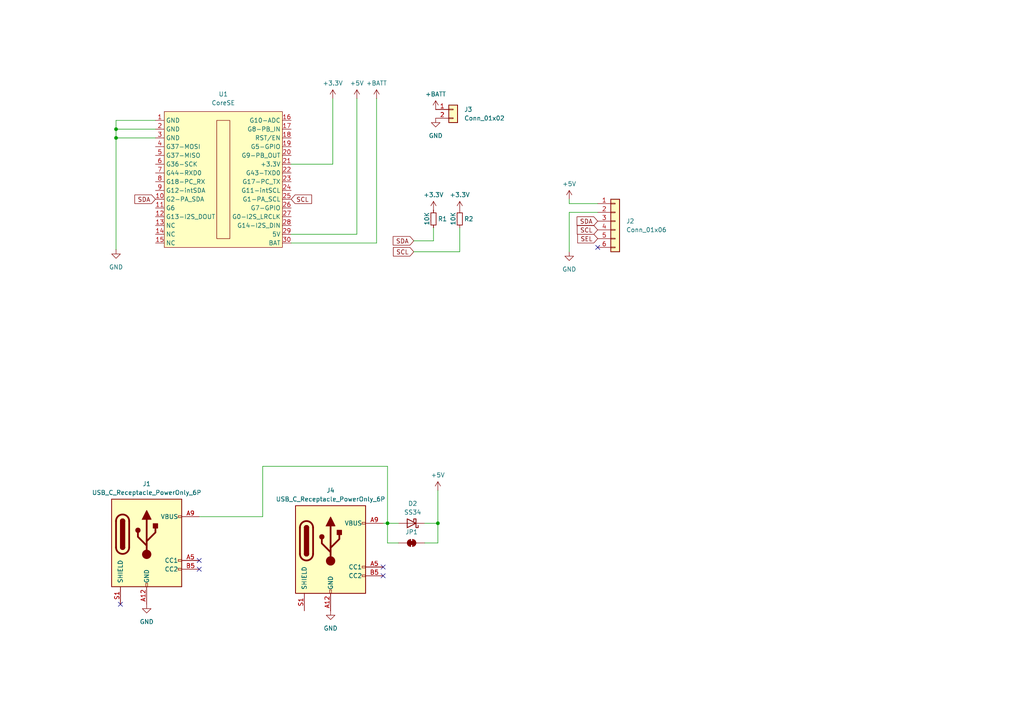
<source format=kicad_sch>
(kicad_sch (version 20231120) (generator "eeschema") (generator_version "8.0")
  (paper "A4")
  (lib_symbols
    (symbol "Connector:USB_C_Receptacle_PowerOnly_6P" (pin_names (offset 1.016))
      (property "Reference" "J" (at 0 16.51 0))
      (property "Value" "USB_C_Receptacle_PowerOnly_6P" (at 0 13.97 0))
      (symbol "USB_C_Receptacle_PowerOnly_6P_0_0"
        (rectangle (start -0.254 -12.7) (end 0.254 -11.684))
        (rectangle (start 10.16 -7.366) (end 9.144 -7.874))
        (rectangle (start 10.16 -4.826) (end 9.144 -5.334))
        (rectangle (start 10.16 7.874) (end 9.144 7.366))
      )
      (symbol "USB_C_Receptacle_PowerOnly_6P_0_1"
        (rectangle (start -10.16 12.7) (end 10.16 -12.7) (stroke (width 0.254)) (fill (type background)))
        (arc (start -8.89 -1.27) (mid -6.985 -3.1667) (end -5.08 -1.27) (stroke (width 0.508)))
        (arc (start -7.62 -1.27) (mid -6.985 -1.9023) (end -6.35 -1.27) (stroke (width 0.254)))
        (arc (start -7.62 -1.27) (mid -6.985 -1.9023) (end -6.35 -1.27) (stroke (width 0.254)) (fill (type outline)))
        (rectangle (start -7.62 -1.27) (end -6.35 6.35) (stroke (width 0.254)) (fill (type outline)))
        (arc (start -6.35 6.35) (mid -6.985 6.9823) (end -7.62 6.35) (stroke (width 0.254)))
        (arc (start -6.35 6.35) (mid -6.985 6.9823) (end -7.62 6.35) (stroke (width 0.254)) (fill (type outline)))
        (arc (start -5.08 6.35) (mid -6.985 8.2467) (end -8.89 6.35) (stroke (width 0.508)))
        (circle (center -2.54 3.683) (radius 0.635) (stroke (width 0.254)) (fill (type outline)))
        (circle (center 0 -3.302) (radius 1.27) (fill (type outline)))
        (polyline (pts (xy -8.89 -1.27) (xy -8.89 6.35)) (stroke (width 0.508)))
        (polyline (pts (xy -5.08 6.35) (xy -5.08 -1.27)) (stroke (width 0.508)))
        (polyline (pts (xy 0 -3.302) (xy 0 6.858)) (stroke (width 0.508)))
        (polyline (pts (xy 0 -0.762) (xy -2.54 1.778) (xy -2.54 3.048)) (stroke (width 0.508)))
        (polyline (pts (xy 0 0.508) (xy 2.54 3.048) (xy 2.54 4.318)) (stroke (width 0.508)))
        (polyline (pts (xy -1.27 6.858) (xy 0 9.398) (xy 1.27 6.858) (xy -1.27 6.858)) (stroke (width 0.254)) (fill (type outline)))
        (rectangle (start 1.905 4.318) (end 3.175 5.588) (stroke (width 0.254)) (fill (type outline)))
      )
      (symbol "USB_C_Receptacle_PowerOnly_6P_1_1"
        (pin passive line (at 0 -17.78 90) (length 5.08) (name "GND") (number "A12"))
        (pin bidirectional line (at 15.24 -5.08 180) (length 5.08) (name "CC1") (number "A5"))
        (pin passive line (at 15.24 7.62 180) (length 5.08) (name "VBUS") (number "A9"))
        (pin passive line (at 0 -17.78 90) (length 5.08) hide (name "GND") (number "B12"))
        (pin bidirectional line (at 15.24 -7.62 180) (length 5.08) (name "CC2") (number "B5"))
        (pin passive line (at 15.24 7.62 180) (length 5.08) hide (name "VBUS") (number "B9"))
        (pin passive line (at -7.62 -17.78 90) (length 5.08) (name "SHIELD") (number "S1"))
      )
    )
    (symbol "Connector_Generic:Conn_01x02" (pin_names (offset 1.016) hide)
      (property "Reference" "J" (at 0 2.54 0))
      (property "Value" "Conn_01x02" (at 0 -5.08 0))
      (symbol "Conn_01x02_1_1"
        (rectangle (start -1.27 -2.413) (end 0 -2.667) (stroke (width 0.1524)))
        (rectangle (start -1.27 0.127) (end 0 -0.127) (stroke (width 0.1524)))
        (rectangle (start -1.27 1.27) (end 1.27 -3.81) (stroke (width 0.254)) (fill (type background)))
        (pin passive line (at -5.08 0 0) (length 3.81) (name "Pin_1") (number "1"))
        (pin passive line (at -5.08 -2.54 0) (length 3.81) (name "Pin_2") (number "2"))
      )
    )
    (symbol "Connector_Generic:Conn_01x06" (pin_names (offset 1.016) hide)
      (property "Reference" "J" (at 0 7.62 0))
      (property "Value" "Conn_01x06" (at 0 -10.16 0))
      (symbol "Conn_01x06_1_1"
        (rectangle (start -1.27 -7.493) (end 0 -7.747) (stroke (width 0.1524)))
        (rectangle (start -1.27 -4.953) (end 0 -5.207) (stroke (width 0.1524)))
        (rectangle (start -1.27 -2.413) (end 0 -2.667) (stroke (width 0.1524)))
        (rectangle (start -1.27 0.127) (end 0 -0.127) (stroke (width 0.1524)))
        (rectangle (start -1.27 2.667) (end 0 2.413) (stroke (width 0.1524)))
        (rectangle (start -1.27 5.207) (end 0 4.953) (stroke (width 0.1524)))
        (rectangle (start -1.27 6.35) (end 1.27 -8.89) (stroke (width 0.254)) (fill (type background)))
        (pin passive line (at -5.08 5.08 0) (length 3.81) (name "Pin_1") (number "1"))
        (pin passive line (at -5.08 2.54 0) (length 3.81) (name "Pin_2") (number "2"))
        (pin passive line (at -5.08 0 0) (length 3.81) (name "Pin_3") (number "3"))
        (pin passive line (at -5.08 -2.54 0) (length 3.81) (name "Pin_4") (number "4"))
        (pin passive line (at -5.08 -5.08 0) (length 3.81) (name "Pin_5") (number "5"))
        (pin passive line (at -5.08 -7.62 0) (length 3.81) (name "Pin_6") (number "6"))
      )
    )
    (symbol "Device:R_Small" (pin_numbers hide) (pin_names (offset 0.254) hide)
      (property "Reference" "R" (at 0.762 0.508 0))
      (property "Value" "R_Small" (at 0.762 -1.016 0))
      (symbol "R_Small_0_1"
        (rectangle (start -0.762 1.778) (end 0.762 -1.778) (stroke (width 0.2032)))
      )
      (symbol "R_Small_1_1"
        (pin passive line (at 0 2.54 270) (length 0.762) (name "~") (number "1"))
        (pin passive line (at 0 -2.54 90) (length 0.762) (name "~") (number "2"))
      )
    )
    (symbol "Diode:SS34" (pin_numbers hide) (pin_names (offset 1.016) hide)
      (property "Reference" "D" (at 0 2.54 0))
      (property "Value" "SS34" (at 0 -2.54 0))
      (symbol "SS34_0_1"
        (polyline (pts (xy 1.27 0) (xy -1.27 0)))
        (polyline (pts (xy 1.27 1.27) (xy 1.27 -1.27) (xy -1.27 0) (xy 1.27 1.27)) (stroke (width 0.254)))
        (polyline (pts (xy -1.905 0.635) (xy -1.905 1.27) (xy -1.27 1.27) (xy -1.27 -1.27) (xy -0.635 -1.27) (xy -0.635 -0.635)) (stroke (width 0.254)))
      )
      (symbol "SS34_1_1"
        (pin passive line (at -3.81 0 0) (length 2.54) (name "K") (number "1"))
        (pin passive line (at 3.81 0 180) (length 2.54) (name "A") (number "2"))
      )
    )
    (symbol "Jumper:SolderJumper_2_Bridged" (pin_numbers hide) (pin_names (offset 0) hide) (exclude_from_sim yes) (in_bom no)
      (property "Reference" "JP" (at 0 2.032 0))
      (property "Value" "SolderJumper_2_Bridged" (at 0 -2.54 0))
      (symbol "SolderJumper_2_Bridged_0_1"
        (rectangle (start -0.508 0.508) (end 0.508 -0.508) (fill (type outline)))
        (arc (start -0.254 1.016) (mid -1.2656 0) (end -0.254 -1.016))
        (arc (start -0.254 1.016) (mid -1.2656 0) (end -0.254 -1.016) (fill (type outline)))
        (polyline (pts (xy -0.254 1.016) (xy -0.254 -1.016)))
        (polyline (pts (xy 0.254 1.016) (xy 0.254 -1.016)))
        (arc (start 0.254 -1.016) (mid 1.2656 0) (end 0.254 1.016))
        (arc (start 0.254 -1.016) (mid 1.2656 0) (end 0.254 1.016) (fill (type outline)))
      )
      (symbol "SolderJumper_2_Bridged_1_1"
        (pin passive line (at -3.81 0 0) (length 2.54) (name "A") (number "1"))
        (pin passive line (at 3.81 0 180) (length 2.54) (name "B") (number "2"))
      )
    )
    (symbol "M5KiCAD:CoreSE"
      (property "Reference" "U" (at 1.27 -1.27 0))
      (property "Value" "CoreSE" (at 30.48 40.64 0))
      (symbol "CoreSE_1_1"
        (rectangle (start 0 39.37) (end 34.29 0) (fill (type background)))
        (rectangle (start 15.24 36.83) (end 19.05 2.54))
        (pin input line (at -2.54 36.83 0) (length 2.54) (name "GND") (number "1"))
        (pin input line (at -2.54 13.97 0) (length 2.54) (name "G2-PA_SDA") (number "10"))
        (pin input line (at -2.54 11.43 0) (length 2.54) (name "G6") (number "11"))
        (pin input line (at -2.54 8.89 0) (length 2.54) (name "G13-I2S_DOUT") (number "12"))
        (pin input line (at -2.54 6.35 0) (length 2.54) (name "NC") (number "13"))
        (pin input line (at -2.54 3.81 0) (length 2.54) (name "NC") (number "14"))
        (pin input line (at -2.54 1.27 0) (length 2.54) (name "NC") (number "15"))
        (pin input line (at 36.83 36.83 180) (length 2.54) (name "G10-ADC") (number "16"))
        (pin input line (at 36.83 34.29 180) (length 2.54) (name "G8-PB_IN") (number "17"))
        (pin input line (at 36.83 31.75 180) (length 2.54) (name "RST/EN") (number "18"))
        (pin input line (at 36.83 29.21 180) (length 2.54) (name "G5-GPIO") (number "19"))
        (pin input line (at -2.54 34.29 0) (length 2.54) (name "GND") (number "2"))
        (pin input line (at 36.83 26.67 180) (length 2.54) (name "G9-PB_OUT") (number "20"))
        (pin input line (at 36.83 24.13 180) (length 2.54) (name "+3.3V") (number "21"))
        (pin input line (at 36.83 21.59 180) (length 2.54) (name "G43-TXD0") (number "22"))
        (pin input line (at 36.83 19.05 180) (length 2.54) (name "G17-PC_TX") (number "23"))
        (pin input line (at 36.83 16.51 180) (length 2.54) (name "G11-intSCL") (number "24"))
        (pin input line (at 36.83 13.97 180) (length 2.54) (name "G1-PA_SCL") (number "25"))
        (pin input line (at 36.83 11.43 180) (length 2.54) (name "G7-GPIO") (number "26"))
        (pin input line (at 36.83 8.89 180) (length 2.54) (name "G0-I2S_LRCLK") (number "27"))
        (pin input line (at 36.83 6.35 180) (length 2.54) (name "G14-I2S_DIN") (number "28"))
        (pin input line (at 36.83 3.81 180) (length 2.54) (name "5V") (number "29"))
        (pin input line (at -2.54 31.75 0) (length 2.54) (name "GND") (number "3"))
        (pin input line (at 36.83 1.27 180) (length 2.54) (name "BAT") (number "30"))
        (pin input line (at -2.54 29.21 0) (length 2.54) (name "G37-MOSI") (number "4"))
        (pin input line (at -2.54 26.67 0) (length 2.54) (name "G37-MISO") (number "5"))
        (pin input line (at -2.54 24.13 0) (length 2.54) (name "G36-SCK") (number "6"))
        (pin input line (at -2.54 21.59 0) (length 2.54) (name "G44-RXD0") (number "7"))
        (pin input line (at -2.54 19.05 0) (length 2.54) (name "G18-PC_RX") (number "8"))
        (pin input line (at -2.54 16.51 0) (length 2.54) (name "G12-intSDA") (number "9"))
      )
    )
    (symbol "power:+3.3V" (power) (pin_numbers hide) (pin_names (offset 0) hide)
      (property "Value" "+3.3V" (at 0 3.556 0))
      (symbol "+3.3V_0_1"
        (polyline (pts (xy -0.762 1.27) (xy 0 2.54)))
        (polyline (pts (xy 0 0) (xy 0 2.54)))
        (polyline (pts (xy 0 2.54) (xy 0.762 1.27)))
      )
      (symbol "+3.3V_1_1"
        (pin power_in line (at 0 0 90) (length 0) (name "~") (number "1"))
      )
    )
    (symbol "power:+5V" (power) (pin_numbers hide) (pin_names (offset 0) hide)
      (property "Value" "+5V" (at 0 3.556 0))
      (symbol "+5V_0_1"
        (polyline (pts (xy -0.762 1.27) (xy 0 2.54)))
        (polyline (pts (xy 0 0) (xy 0 2.54)))
        (polyline (pts (xy 0 2.54) (xy 0.762 1.27)))
      )
      (symbol "+5V_1_1"
        (pin power_in line (at 0 0 90) (length 0) (name "~") (number "1"))
      )
    )
    (symbol "power:+BATT" (power) (pin_numbers hide) (pin_names (offset 0) hide)
      (property "Value" "+BATT" (at 0 3.556 0))
      (symbol "+BATT_0_1"
        (polyline (pts (xy -0.762 1.27) (xy 0 2.54)))
        (polyline (pts (xy 0 0) (xy 0 2.54)))
        (polyline (pts (xy 0 2.54) (xy 0.762 1.27)))
      )
      (symbol "+BATT_1_1"
        (pin power_in line (at 0 0 90) (length 0) (name "~") (number "1"))
      )
    )
    (symbol "power:GND" (power) (pin_numbers hide) (pin_names (offset 0) hide)
      (property "Value" "GND" (at 0 -3.81 0))
      (symbol "GND_0_1"
        (polyline (pts (xy 0 0) (xy 0 -1.27) (xy 1.27 -1.27) (xy 0 -2.54) (xy -1.27 -1.27) (xy 0 -1.27)))
      )
      (symbol "GND_1_1"
        (pin power_in line (at 0 0 270) (length 0) (name "~") (number "1"))
      )
    )
  )
  (junction (at 33.655 40.005))
  (junction (at 33.655 37.465))
  (junction (at 127 151.765))
  (junction (at 112.395 151.765))
  (no_connect (at 111.125 164.465))
  (no_connect (at 173.355 71.755))
  (no_connect (at 57.785 162.56))
  (no_connect (at 111.125 167.005))
  (no_connect (at 34.925 175.26))
  (no_connect (at 57.785 165.1))
  (wire (pts (xy 112.395 157.48) (xy 112.395 151.765)))
  (wire (pts (xy 33.655 40.005) (xy 45.085 40.005)))
  (wire (pts (xy 165.1 61.595) (xy 173.355 61.595)))
  (wire (pts (xy 125.73 69.85) (xy 125.73 66.04)))
  (wire (pts (xy 123.19 157.48) (xy 127 157.48)))
  (wire (pts (xy 112.395 135.255) (xy 112.395 151.765)))
  (wire (pts (xy 84.455 70.485) (xy 109.22 70.485)))
  (wire (pts (xy 33.655 37.465) (xy 45.085 37.465)))
  (wire (pts (xy 109.22 28.575) (xy 109.22 70.485)))
  (wire (pts (xy 133.35 66.04) (xy 133.35 73.025)))
  (wire (pts (xy 33.655 40.005) (xy 33.655 37.465)))
  (wire (pts (xy 57.785 149.86) (xy 76.2 149.86)))
  (wire (pts (xy 165.1 73.025) (xy 165.1 61.595)))
  (wire (pts (xy 127 151.765) (xy 123.19 151.765)))
  (wire (pts (xy 165.1 57.785) (xy 165.1 59.055)))
  (wire (pts (xy 120.015 69.85) (xy 125.73 69.85)))
  (wire (pts (xy 133.35 73.025) (xy 120.015 73.025)))
  (wire (pts (xy 115.57 151.765) (xy 112.395 151.765)))
  (wire (pts (xy 103.505 67.945) (xy 84.455 67.945)))
  (wire (pts (xy 76.2 135.255) (xy 112.395 135.255)))
  (wire (pts (xy 165.1 59.055) (xy 173.355 59.055)))
  (wire (pts (xy 127 157.48) (xy 127 151.765)))
  (wire (pts (xy 96.52 28.575) (xy 96.52 47.625)))
  (wire (pts (xy 96.52 47.625) (xy 84.455 47.625)))
  (wire (pts (xy 115.57 157.48) (xy 112.395 157.48)))
  (wire (pts (xy 33.655 34.925) (xy 45.085 34.925)))
  (wire (pts (xy 33.655 72.39) (xy 33.655 40.005)))
  (wire (pts (xy 112.395 151.765) (xy 111.125 151.765)))
  (wire (pts (xy 33.655 37.465) (xy 33.655 34.925)))
  (wire (pts (xy 76.2 149.86) (xy 76.2 135.255)))
  (wire (pts (xy 127 142.24) (xy 127 151.765)))
  (wire (pts (xy 103.505 28.575) (xy 103.505 67.945)))
  (global_label "SEL" (shape input) (at 173.355 69.215 180) (property "Intersheetrefs" "${INTERSHEET_REFS}" (effects (hide yes))))
  (global_label "SCL" (shape input) (at 173.355 66.675 180) (property "Intersheetrefs" "${INTERSHEET_REFS}" (effects (hide yes))))
  (global_label "SDA" (shape input) (at 45.085 57.785 180) (property "Intersheetrefs" "${INTERSHEET_REFS}" (effects (hide yes))))
  (global_label "SCL" (shape input) (at 84.455 57.785 0) (property "Intersheetrefs" "${INTERSHEET_REFS}" (effects (hide yes))))
  (global_label "SCL" (shape input) (at 120.015 73.025 180) (property "Intersheetrefs" "${INTERSHEET_REFS}" (effects (hide yes))))
  (global_label "SDA" (shape input) (at 120.015 69.85 180) (property "Intersheetrefs" "${INTERSHEET_REFS}" (effects (hide yes))))
  (global_label "SDA" (shape input) (at 173.355 64.135 180) (property "Intersheetrefs" "${INTERSHEET_REFS}" (effects (hide yes))))
  (symbol (lib_id "Jumper:SolderJumper_2_Bridged") (at 119.38 157.48 0) (unit 1) (exclude_from_sim yes) (in_bom no)
    (property "Reference" "JP1" (at 119.38 154.305 0))
    (property "Value" "SolderJumper_2_Bridged" (effects (hide yes)))
    (property "Footprint" "Jumper:SolderJumper-2_P1.3mm_Bridged_RoundedPad1.0x1.5mm" (effects (hide yes)))
    (property "Description" "Solder Jumper, 2-pole, closed/bridged" (effects (hide yes)))
  )
  (symbol (lib_id "Diode:SS34") (at 119.38 151.765 180) (unit 1)
    (property "Reference" "D2" (at 119.6975 146.05 0))
    (property "Value" "SS34" (at 119.6975 148.59 0))
    (property "Footprint" "Diode_SMD:D_SMA" (effects (hide yes)))
    (property "Datasheet" "https://www.vishay.com/docs/88751/ss32.pdf" (effects (hide yes)))
    (property "Description" "40V 3A Schottky Diode, SMA" (effects (hide yes)))
  )
  (symbol (lib_id "power:+3.3V") (at 96.52 28.575 0) (unit 1)
    (property "Reference" "#PWR01" (effects (hide yes)))
    (property "Value" "+3.3V" (at 96.52 24.13 0))
    (property "Description" "Power symbol creates a global label with name \"+3.3V\"" (effects (hide yes)))
  )
  (symbol (lib_id "power:+3.3V") (at 133.35 60.96 0) (unit 1)
    (property "Reference" "#PWR013" (effects (hide yes)))
    (property "Value" "+3.3V" (at 133.35 56.515 0))
    (property "Description" "Power symbol creates a global label with name \"+3.3V\"" (effects (hide yes)))
  )
  (symbol (lib_id "Connector:USB_C_Receptacle_PowerOnly_6P") (at 95.885 159.385 0) (unit 1)
    (property "Reference" "J4" (at 95.885 142.24 0))
    (property "Value" "USB_C_Receptacle_PowerOnly_6P" (at 95.885 144.78 0))
    (property "Footprint" "USB_Connectors:MOLEX_2171780001" (effects (hide yes)))
    (property "Datasheet" "https://www.usb.org/sites/default/files/documents/usb_type-c.zip" (effects (hide yes)))
    (property "Description" "USB Power-Only 6P Type-C Receptacle connector" (effects (hide yes)))
  )
  (symbol (lib_id "Connector_Generic:Conn_01x02") (at 131.445 31.75 0) (unit 1)
    (property "Reference" "J3" (at 134.62 31.7499 0) (effects (justify left)))
    (property "Value" "Conn_01x02" (at 134.62 34.2899 0) (effects (justify left)))
    (property "Footprint" "Connector_JST:JST_PH_B2B-PH-K_1x02_P2.00mm_Vertical" (effects (hide yes)))
    (property "Description" "Generic connector, single row, 01x02, script generated (kicad-library-utils/schlib/autogen/connector/)" (effects (hide yes)))
  )
  (symbol (lib_id "power:GND") (at 126.365 34.29 0) (unit 1)
    (property "Reference" "#PWR09" (effects (hide yes)))
    (property "Value" "GND" (at 126.365 39.37 0))
    (property "Description" "Power symbol creates a global label with name \"GND\" , ground" (effects (hide yes)))
  )
  (symbol (lib_id "power:GND") (at 42.545 175.26 0) (unit 1)
    (property "Reference" "#PWR02" (effects (hide yes)))
    (property "Value" "GND" (at 42.545 180.34 0))
    (property "Description" "Power symbol creates a global label with name \"GND\" , ground" (effects (hide yes)))
  )
  (symbol (lib_id "power:+3.3V") (at 125.73 60.96 0) (unit 1)
    (property "Reference" "#PWR012" (effects (hide yes)))
    (property "Value" "+3.3V" (at 125.73 56.515 0))
    (property "Description" "Power symbol creates a global label with name \"+3.3V\"" (effects (hide yes)))
  )
  (symbol (lib_id "Device:R_Small") (at 133.35 63.5 0) (unit 1)
    (property "Reference" "R2" (at 134.62 63.5 0) (effects (justify left)))
    (property "Value" "10K" (at 131.445 65.405 90) (effects (justify left)))
    (property "Footprint" "Resistor_SMD:R_0805_2012Metric_Pad1.20x1.40mm_HandSolder" (effects (hide yes)))
    (property "Description" "Resistor, small symbol" (effects (hide yes)))
  )
  (symbol (lib_id "power:+BATT") (at 126.365 31.75 0) (unit 1)
    (property "Reference" "#PWR08" (effects (hide yes)))
    (property "Value" "+BATT" (at 126.365 27.305 0))
    (property "Description" "Power symbol creates a global label with name \"+BATT\"" (effects (hide yes)))
  )
  (symbol (lib_id "Device:R_Small") (at 125.73 63.5 0) (unit 1)
    (property "Reference" "R1" (at 127 63.5 0) (effects (justify left)))
    (property "Value" "10K" (at 123.825 65.405 90) (effects (justify left)))
    (property "Footprint" "Resistor_SMD:R_0805_2012Metric_Pad1.20x1.40mm_HandSolder" (effects (hide yes)))
    (property "Description" "Resistor, small symbol" (effects (hide yes)))
  )
  (symbol (lib_id "Connector:USB_C_Receptacle_PowerOnly_6P") (at 42.545 157.48 0) (unit 1)
    (property "Reference" "J1" (at 42.545 140.335 0))
    (property "Value" "USB_C_Receptacle_PowerOnly_6P" (at 42.545 142.875 0))
    (property "Footprint" "USB_Connectors:USB-C_6P_Vertical_THT" (effects (hide yes)))
    (property "Datasheet" "https://www.usb.org/sites/default/files/documents/usb_type-c.zip" (effects (hide yes)))
    (property "Description" "USB Power-Only 6P Type-C Receptacle connector" (effects (hide yes)))
  )
  (symbol (lib_id "power:+5V") (at 165.1 57.785 0) (unit 1)
    (property "Reference" "#PWR06" (effects (hide yes)))
    (property "Value" "+5V" (at 165.1 53.34 0))
    (property "Description" "Power symbol creates a global label with name \"+5V\"" (effects (hide yes)))
  )
  (symbol (lib_id "power:+5V") (at 127 142.24 0) (unit 1)
    (property "Reference" "#PWR010" (effects (hide yes)))
    (property "Value" "+5V" (at 127 137.795 0))
    (property "Description" "Power symbol creates a global label with name \"+5V\"" (effects (hide yes)))
  )
  (symbol (lib_id "power:GND") (at 95.885 177.165 0) (unit 1)
    (property "Reference" "#PWR011" (effects (hide yes)))
    (property "Value" "GND" (at 95.885 182.245 0))
    (property "Description" "Power symbol creates a global label with name \"GND\" , ground" (effects (hide yes)))
  )
  (symbol (lib_id "M5KiCAD:CoreSE") (at 47.625 71.755 0) (unit 1)
    (property "Reference" "U1" (at 64.77 27.305 0))
    (property "Value" "CoreSE" (at 64.77 29.845 0))
    (property "Footprint" "M5Stack:CoreS3" (effects (hide yes)))
  )
  (symbol (lib_id "power:+5V") (at 103.505 28.575 0) (unit 1)
    (property "Reference" "#PWR04" (effects (hide yes)))
    (property "Value" "+5V" (at 103.505 24.13 0))
    (property "Description" "Power symbol creates a global label with name \"+5V\"" (effects (hide yes)))
  )
  (symbol (lib_id "power:GND") (at 165.1 73.025 0) (unit 1)
    (property "Reference" "#PWR07" (effects (hide yes)))
    (property "Value" "GND" (at 165.1 78.105 0))
    (property "Description" "Power symbol creates a global label with name \"GND\" , ground" (effects (hide yes)))
  )
  (symbol (lib_id "power:+BATT") (at 109.22 28.575 0) (unit 1)
    (property "Reference" "#PWR05" (effects (hide yes)))
    (property "Value" "+BATT" (at 109.22 24.13 0))
    (property "Description" "Power symbol creates a global label with name \"+BATT\"" (effects (hide yes)))
  )
  (symbol (lib_id "Connector_Generic:Conn_01x06") (at 178.435 64.135 0) (unit 1)
    (property "Reference" "J2" (at 181.61 64.1349 0) (effects (justify left)))
    (property "Value" "Conn_01x06" (at 181.61 66.6749 0) (effects (justify left)))
    (property "Footprint" "Connector_PinHeader_2.54mm:PinHeader_1x06_P2.54mm_Vertical" (effects (hide yes)))
    (property "Description" "Generic connector, single row, 01x06, script generated (kicad-library-utils/schlib/autogen/connector/)" (effects (hide yes)))
  )
  (symbol (lib_id "power:GND") (at 33.655 72.39 0) (unit 1)
    (property "Reference" "#PWR03" (effects (hide yes)))
    (property "Value" "GND" (at 33.655 77.47 0))
    (property "Description" "Power symbol creates a global label with name \"GND\" , ground" (effects (hide yes)))
  )
)
</source>
